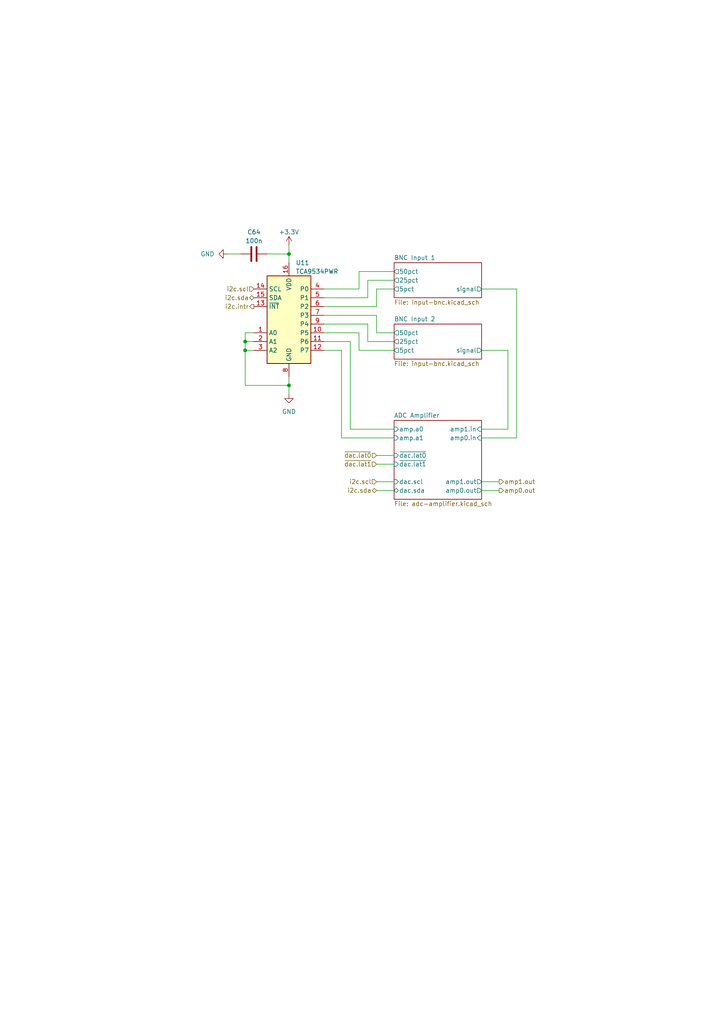
<source format=kicad_sch>
(kicad_sch (version 20221004) (generator eeschema)
  (paper "A4" portrait)
  (lib_symbols
    (symbol "Device:C" (pin_numbers hide) (pin_names (offset 0.254))
      (property "Reference" "C" (at 0.635 2.54 0))
      (property "Value" "C" (at 0.635 -2.54 0))
      (symbol "C_0_1"
        (polyline (pts (xy -2.032 -0.762) (xy 2.032 -0.762)) (stroke (width 0.508)))
        (polyline (pts (xy -2.032 0.762) (xy 2.032 0.762)) (stroke (width 0.508)))
      )
      (symbol "C_1_1"
        (pin passive line (at 0 3.81 270) (length 2.794) (name "~") (number "1"))
        (pin passive line (at 0 -3.81 90) (length 2.794) (name "~") (number "2"))
      )
    )
    (symbol "Interface_Expansion:TCA9534"
      (property "Reference" "U" (at -6.35 12.7 0))
      (property "Value" "TCA9534" (at 2.54 12.7 0))
      (symbol "TCA9534_0_1"
        (rectangle (start -6.35 -13.97) (end 6.35 11.43) (stroke (width 0.254)) (fill (type background)))
      )
      (symbol "TCA9534_1_1"
        (pin input line (at -10.16 -5.08 0) (length 3.81) (name "A0") (number "1"))
        (pin bidirectional line (at 10.16 -5.08 180) (length 3.81) (name "P5") (number "10"))
        (pin bidirectional line (at 10.16 -7.62 180) (length 3.81) (name "P6") (number "11"))
        (pin bidirectional line (at 10.16 -10.16 180) (length 3.81) (name "P7") (number "12"))
        (pin open_collector line (at -10.16 2.54 0) (length 3.81) (name "~{INT}") (number "13"))
        (pin input line (at -10.16 7.62 0) (length 3.81) (name "SCL") (number "14"))
        (pin bidirectional line (at -10.16 5.08 0) (length 3.81) (name "SDA") (number "15"))
        (pin power_in line (at 0 15.24 270) (length 3.81) (name "VDD") (number "16"))
        (pin input line (at -10.16 -7.62 0) (length 3.81) (name "A1") (number "2"))
        (pin input line (at -10.16 -10.16 0) (length 3.81) (name "A2") (number "3"))
        (pin bidirectional line (at 10.16 7.62 180) (length 3.81) (name "P0") (number "4"))
        (pin bidirectional line (at 10.16 5.08 180) (length 3.81) (name "P1") (number "5"))
        (pin bidirectional line (at 10.16 2.54 180) (length 3.81) (name "P2") (number "6"))
        (pin bidirectional line (at 10.16 0 180) (length 3.81) (name "P3") (number "7"))
        (pin power_in line (at 0 -17.78 90) (length 3.81) (name "GND") (number "8"))
        (pin bidirectional line (at 10.16 -2.54 180) (length 3.81) (name "P4") (number "9"))
      )
    )
    (symbol "power:+3.3V" (power) (pin_names (offset 0))
      (property "Value" "+3.3V" (at 0 3.556 0))
      (symbol "+3.3V_0_1"
        (polyline (pts (xy -0.762 1.27) (xy 0 2.54)))
        (polyline (pts (xy 0 0) (xy 0 2.54)))
        (polyline (pts (xy 0 2.54) (xy 0.762 1.27)))
      )
      (symbol "+3.3V_1_1"
        (pin power_in line (at 0 0 90) (length 0) hide (name "+3.3V") (number "1"))
      )
    )
    (symbol "power:GND" (power) (pin_names (offset 0))
      (property "Value" "GND" (at 0 -3.81 0))
      (symbol "GND_0_1"
        (polyline (pts (xy 0 0) (xy 0 -1.27) (xy 1.27 -1.27) (xy 0 -2.54) (xy -1.27 -1.27) (xy 0 -1.27)))
      )
      (symbol "GND_1_1"
        (pin power_in line (at 0 0 270) (length 0) hide (name "GND") (number "1"))
      )
    )
  )
  (junction (at 71.12 99.06))
  (junction (at 83.82 111.76))
  (junction (at 71.12 101.6))
  (junction (at 83.82 73.66))
  (wire (pts (xy 99.06 101.6) (xy 99.06 127)))
  (wire (pts (xy 104.14 101.6) (xy 104.14 96.52)))
  (wire (pts (xy 149.86 127) (xy 139.7 127)))
  (wire (pts (xy 71.12 99.06) (xy 71.12 101.6)))
  (wire (pts (xy 104.14 78.74) (xy 114.3 78.74)))
  (wire (pts (xy 106.68 99.06) (xy 114.3 99.06)))
  (wire (pts (xy 147.32 124.46) (xy 139.7 124.46)))
  (wire (pts (xy 139.7 83.82) (xy 149.86 83.82)))
  (wire (pts (xy 104.14 83.82) (xy 93.98 83.82)))
  (wire (pts (xy 93.98 99.06) (xy 101.6 99.06)))
  (wire (pts (xy 109.22 83.82) (xy 109.22 88.9)))
  (wire (pts (xy 71.12 101.6) (xy 73.66 101.6)))
  (wire (pts (xy 101.6 124.46) (xy 114.3 124.46)))
  (wire (pts (xy 83.82 111.76) (xy 83.82 109.22)))
  (wire (pts (xy 71.12 96.52) (xy 73.66 96.52)))
  (wire (pts (xy 139.7 101.6) (xy 147.32 101.6)))
  (wire (pts (xy 106.68 81.28) (xy 114.3 81.28)))
  (wire (pts (xy 83.82 73.66) (xy 83.82 76.2)))
  (wire (pts (xy 71.12 99.06) (xy 73.66 99.06)))
  (wire (pts (xy 109.22 142.24) (xy 114.3 142.24)))
  (wire (pts (xy 106.68 99.06) (xy 106.68 93.98)))
  (wire (pts (xy 101.6 99.06) (xy 101.6 124.46)))
  (wire (pts (xy 109.22 83.82) (xy 114.3 83.82)))
  (wire (pts (xy 109.22 139.7) (xy 114.3 139.7)))
  (wire (pts (xy 71.12 111.76) (xy 71.12 101.6)))
  (wire (pts (xy 106.68 81.28) (xy 106.68 86.36)))
  (wire (pts (xy 104.14 78.74) (xy 104.14 83.82)))
  (wire (pts (xy 106.68 93.98) (xy 93.98 93.98)))
  (wire (pts (xy 83.82 111.76) (xy 71.12 111.76)))
  (wire (pts (xy 109.22 88.9) (xy 93.98 88.9)))
  (wire (pts (xy 83.82 71.12) (xy 83.82 73.66)))
  (wire (pts (xy 147.32 101.6) (xy 147.32 124.46)))
  (wire (pts (xy 104.14 101.6) (xy 114.3 101.6)))
  (wire (pts (xy 71.12 99.06) (xy 71.12 96.52)))
  (wire (pts (xy 139.7 139.7) (xy 144.78 139.7)))
  (wire (pts (xy 109.22 132.08) (xy 114.3 132.08)))
  (wire (pts (xy 106.68 86.36) (xy 93.98 86.36)))
  (wire (pts (xy 77.47 73.66) (xy 83.82 73.66)))
  (wire (pts (xy 93.98 101.6) (xy 99.06 101.6)))
  (wire (pts (xy 149.86 83.82) (xy 149.86 127)))
  (wire (pts (xy 104.14 96.52) (xy 93.98 96.52)))
  (wire (pts (xy 109.22 96.52) (xy 114.3 96.52)))
  (wire (pts (xy 109.22 91.44) (xy 93.98 91.44)))
  (wire (pts (xy 69.85 73.66) (xy 66.04 73.66)))
  (wire (pts (xy 83.82 114.3) (xy 83.82 111.76)))
  (wire (pts (xy 109.22 134.62) (xy 114.3 134.62)))
  (wire (pts (xy 109.22 96.52) (xy 109.22 91.44)))
  (wire (pts (xy 139.7 142.24) (xy 144.78 142.24)))
  (wire (pts (xy 99.06 127) (xy 114.3 127)))
  (hierarchical_label "i2c.scl" (shape input) (at 73.66 83.82 180))
  (hierarchical_label "i2c.scl" (shape input) (at 109.22 139.7 180))
  (hierarchical_label "~{dac.lat0}" (shape input) (at 109.22 132.08 180))
  (hierarchical_label "amp1.out" (shape output) (at 144.78 139.7 0))
  (hierarchical_label "amp0.out" (shape output) (at 144.78 142.24 0))
  (hierarchical_label "i2c.sda" (shape bidirectional) (at 109.22 142.24 180))
  (hierarchical_label "i2c.sda" (shape bidirectional) (at 73.66 86.36 180))
  (hierarchical_label "~{dac.lat1}" (shape input) (at 109.22 134.62 180))
  (hierarchical_label "i2c.intr" (shape output) (at 73.66 88.9 180))
  (symbol (lib_id "power:GND") (at 66.04 73.66 270) (unit 1)
    (property "Reference" "#PWR0127" (effects hide))
    (property "Value" "GND" (at 62.23 73.66 90) (effects (justify right)))
  )
  (symbol (lib_id "power:GND") (at 83.82 114.3 0) (unit 1)
    (property "Reference" "#PWR0129" (effects hide))
    (property "Value" "GND" (at 83.82 119.38 0))
  )
  (symbol (lib_id "Device:C") (at 73.66 73.66 90) (unit 1)
    (property "Reference" "C64" (at 73.66 67.31 90))
    (property "Value" "100n" (at 73.66 69.85 90))
  )
  (symbol (lib_id "power:+3.3V") (at 83.82 71.12 0) (unit 1)
    (property "Reference" "#PWR0128" (effects hide))
    (property "Value" "+3.3V" (at 83.82 67.31 0))
  )
  (symbol (lib_id "Interface_Expansion:TCA9534") (at 83.82 91.44 0) (unit 1)
    (property "Reference" "U11" (at 85.7759 76.2 0) (effects (justify left)))
    (property "Value" "TCA9534PWR" (at 85.7759 78.74 0) (effects (justify left)))
    (property "Footprint" "0000:TCA9534PWR" (effects hide))
    (property "Datasheet" "http://www.ti.com/lit/ds/symlink/tca9534.pdf" (effects hide))
  )
  (sheet (at 114.3 76.2) (size 25.4 10.16) (stroke (width 0.1524))
    (property "Sheetname" "BNC Input 1" (at 114.3 75.4884 0) (effects (justify left bottom)))
    (property "Sheetfile" "input-bnc.kicad_sch" (at 114.3 86.9446 0) (effects (justify left top)))
    (pin "5pct" output (at 114.3 83.82 180))
    (pin "25pct" output (at 114.3 81.28 180))
    (pin "50pct" output (at 114.3 78.74 180))
    (pin "signal" output (at 139.7 83.82 0))
  )
  (sheet (at 114.3 121.92) (size 25.4 22.86) (stroke (width 0.1524))
    (property "Sheetname" "ADC Amplifier" (at 114.3 121.2084 0) (effects (justify left bottom)))
    (property "Sheetfile" "adc-amplifier.kicad_sch" (at 114.3 145.3646 0) (effects (justify left top)))
    (pin "amp1.in" input (at 139.7 124.46 0))
    (pin "amp.a0" input (at 114.3 124.46 180))
    (pin "amp.a1" input (at 114.3 127 180))
    (pin "amp0.out" output (at 139.7 142.24 0))
    (pin "amp1.out" output (at 139.7 139.7 0))
    (pin "amp0.in" input (at 139.7 127 0))
    (pin "~{dac.lat1}" input (at 114.3 134.62 180))
    (pin "dac.sda" bidirectional (at 114.3 142.24 180))
    (pin "dac.scl" input (at 114.3 139.7 180))
    (pin "~{dac.lat0}" input (at 114.3 132.08 180))
  )
  (sheet (at 114.3 93.98) (size 25.4 10.16) (stroke (width 0.1524))
    (property "Sheetname" "BNC Input 2" (at 114.3 93.2684 0) (effects (justify left bottom)))
    (property "Sheetfile" "input-bnc.kicad_sch" (at 114.3 104.7246 0) (effects (justify left top)))
    (pin "5pct" output (at 114.3 101.6 180))
    (pin "25pct" output (at 114.3 99.06 180))
    (pin "50pct" output (at 114.3 96.52 180))
    (pin "signal" output (at 139.7 101.6 0))
  )
)
</source>
